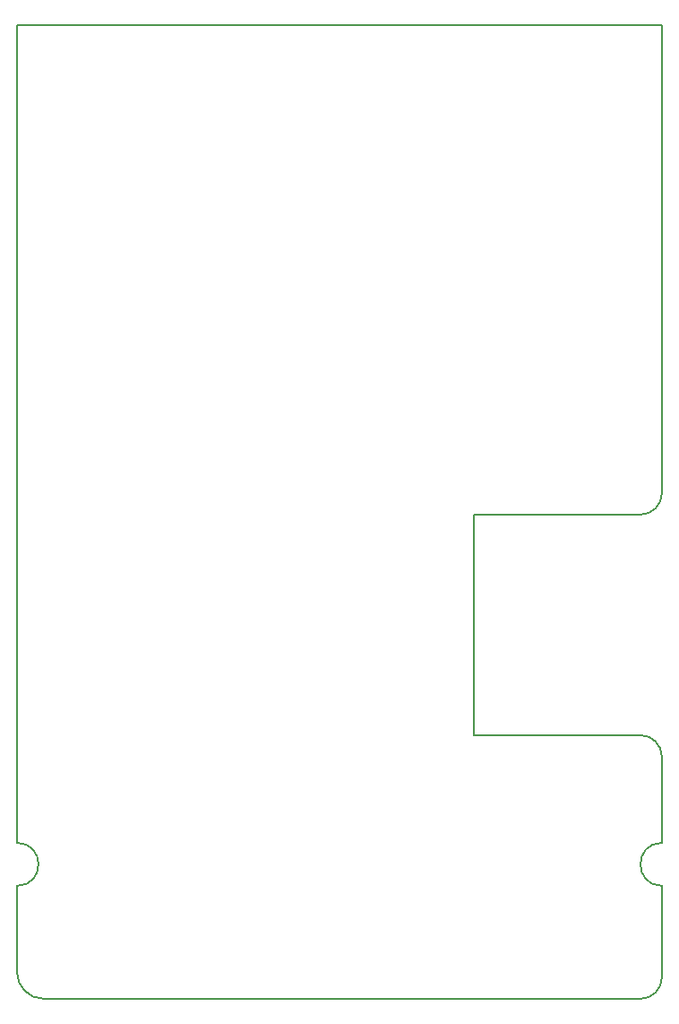
<source format=gbr>
G04 #@! TF.GenerationSoftware,KiCad,Pcbnew,(5.0.0)*
G04 #@! TF.CreationDate,2018-10-03T22:01:17-05:00*
G04 #@! TF.ProjectId,DriveBoard_Hardware,4472697665426F6172645F4861726477,rev?*
G04 #@! TF.SameCoordinates,Original*
G04 #@! TF.FileFunction,Profile,NP*
%FSLAX46Y46*%
G04 Gerber Fmt 4.6, Leading zero omitted, Abs format (unit mm)*
G04 Created by KiCad (PCBNEW (5.0.0)) date 10/03/18 22:01:17*
%MOMM*%
%LPD*%
G01*
G04 APERTURE LIST*
%ADD10C,0.150000*%
G04 APERTURE END LIST*
D10*
X233172000Y-143764000D02*
X217424000Y-143764000D01*
X174244000Y-76708000D02*
X235204000Y-76708000D01*
X174244000Y-143764000D02*
X174244000Y-76708000D01*
X217424000Y-122936000D02*
X217424000Y-143764000D01*
X233172000Y-122936000D02*
X217424000Y-122936000D01*
X235204000Y-76708000D02*
X235204000Y-120904000D01*
X174244000Y-153924000D02*
X174244000Y-143764000D01*
X174244000Y-166116000D02*
X174244000Y-157988000D01*
X233172000Y-168656000D02*
X176784000Y-168656000D01*
X176784000Y-168656000D02*
G75*
G02X174244000Y-166116000I0J2540000D01*
G01*
X174244000Y-153924000D02*
G75*
G02X174244000Y-157988000I0J-2032000D01*
G01*
X235204000Y-120904000D02*
G75*
G02X233172000Y-122936000I-2032000J0D01*
G01*
X235204000Y-166624000D02*
G75*
G02X233172000Y-168656000I-2032000J0D01*
G01*
X235204000Y-157988000D02*
G75*
G02X235204000Y-153924000I0J2032000D01*
G01*
X233172000Y-143764000D02*
G75*
G02X235204000Y-145796000I0J-2032000D01*
G01*
X235204000Y-153924000D02*
X235204000Y-145796000D01*
X235204000Y-166624000D02*
X235204000Y-157988000D01*
M02*

</source>
